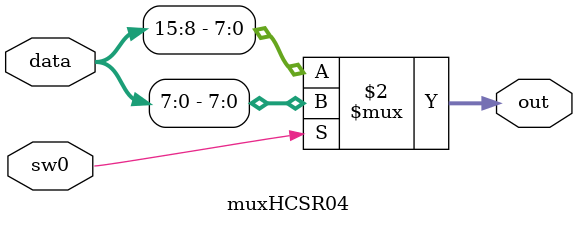
<source format=v>
module muxHCSR04(sw0, data, out);
input wire sw0;
input wire [15:0] data;
output wire [7:0] out;

assign out = (!sw0)? data[15:8] : data[7:0];

endmodule

</source>
